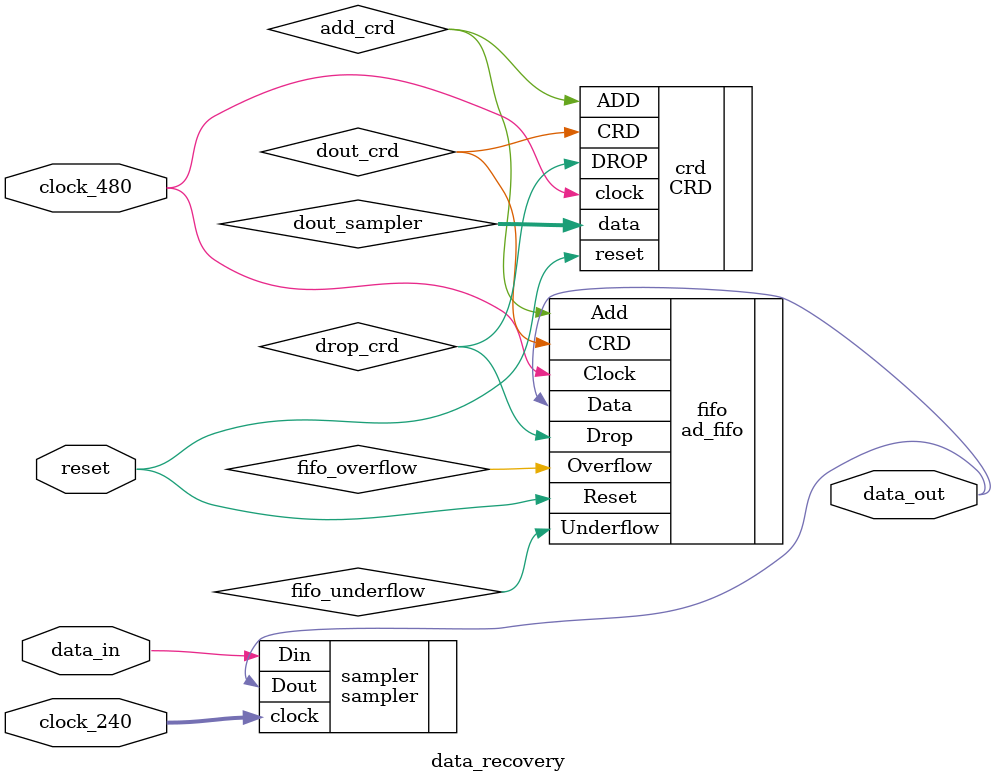
<source format=v>
module data_recovery
(
    input data_in, clock_480, reset,
    input [9:0] clock_240,
    output data_out
    //,
    //inout VDD, GND
);

wire [4:0] dout_sampler;
wire dout_crd, add_crd, drop_crd;
wire fifo_underflow, fifo_overflow;

// Initialize sampler
sampler sampler(
    .Din(data_in),
    .clock(clock_240),
    .Dout(data_out)
    //,
    //.VDD(VDD),
    //.GND(GND)
);

// Initialize CDR
CRD crd(
    .clock(clock_480),
    .reset(reset),
    .data(dout_sampler),
    .CRD(dout_crd),
    .ADD(add_crd),
    .DROP(drop_crd)
);

// Initialize AD-FIFO
ad_fifo #(.N(41)) fifo  
(
    .CRD(dout_crd),
    .Add(add_crd),
    .Drop(drop_crd),
    .Clock(clock_480),
    .Reset(reset),
    .Underflow(fifo_underflow),
    .Overflow(fifo_overflow),
    .Data(data_out)
);

endmodule
</source>
